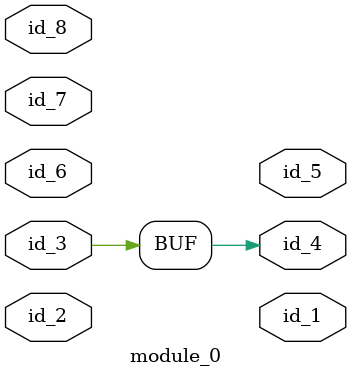
<source format=v>
`timescale 1 ps / 1 ps
module module_0 (
    id_1,
    id_2,
    id_3,
    id_4,
    id_5,
    id_6,
    id_7,
    id_8
);
  input id_8;
  input id_7;
  inout id_6;
  output id_5;
  output id_4;
  inout id_3;
  inout id_2;
  output id_1;
  assign id_4 = id_3;
  specify
    specparam id_8 = id_3 & 1;
  endspecify
endmodule

</source>
